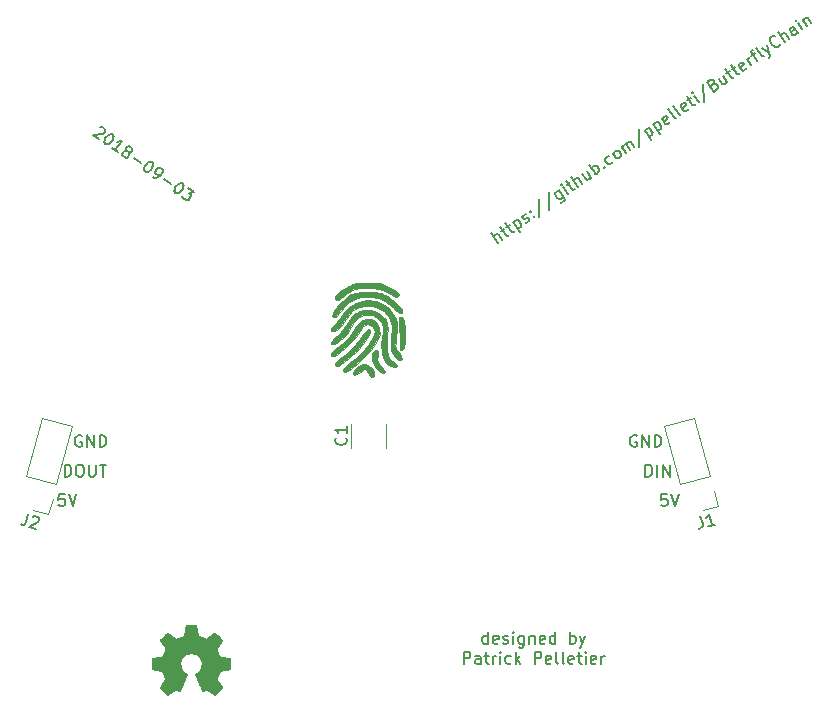
<source format=gto>
G04 #@! TF.FileFunction,Legend,Top*
%FSLAX46Y46*%
G04 Gerber Fmt 4.6, Leading zero omitted, Abs format (unit mm)*
G04 Created by KiCad (PCBNEW 4.0.7) date Monday, September 03, 2018 'PMt' 09:38:33 PM*
%MOMM*%
%LPD*%
G01*
G04 APERTURE LIST*
%ADD10C,0.100000*%
%ADD11C,0.200000*%
%ADD12C,0.010000*%
%ADD13C,0.120000*%
%ADD14C,0.150000*%
G04 APERTURE END LIST*
D10*
D11*
X122738096Y-111000000D02*
X122642858Y-110952381D01*
X122500001Y-110952381D01*
X122357143Y-111000000D01*
X122261905Y-111095238D01*
X122214286Y-111190476D01*
X122166667Y-111380952D01*
X122166667Y-111523810D01*
X122214286Y-111714286D01*
X122261905Y-111809524D01*
X122357143Y-111904762D01*
X122500001Y-111952381D01*
X122595239Y-111952381D01*
X122738096Y-111904762D01*
X122785715Y-111857143D01*
X122785715Y-111523810D01*
X122595239Y-111523810D01*
X123214286Y-111952381D02*
X123214286Y-110952381D01*
X123785715Y-111952381D01*
X123785715Y-110952381D01*
X124261905Y-111952381D02*
X124261905Y-110952381D01*
X124500000Y-110952381D01*
X124642858Y-111000000D01*
X124738096Y-111095238D01*
X124785715Y-111190476D01*
X124833334Y-111380952D01*
X124833334Y-111523810D01*
X124785715Y-111714286D01*
X124738096Y-111809524D01*
X124642858Y-111904762D01*
X124500000Y-111952381D01*
X124261905Y-111952381D01*
X123476191Y-114452381D02*
X123476191Y-113452381D01*
X123714286Y-113452381D01*
X123857144Y-113500000D01*
X123952382Y-113595238D01*
X124000001Y-113690476D01*
X124047620Y-113880952D01*
X124047620Y-114023810D01*
X124000001Y-114214286D01*
X123952382Y-114309524D01*
X123857144Y-114404762D01*
X123714286Y-114452381D01*
X123476191Y-114452381D01*
X124476191Y-114452381D02*
X124476191Y-113452381D01*
X124952381Y-114452381D02*
X124952381Y-113452381D01*
X125523810Y-114452381D01*
X125523810Y-113452381D01*
X125309524Y-115952381D02*
X124833333Y-115952381D01*
X124785714Y-116428571D01*
X124833333Y-116380952D01*
X124928571Y-116333333D01*
X125166667Y-116333333D01*
X125261905Y-116380952D01*
X125309524Y-116428571D01*
X125357143Y-116523810D01*
X125357143Y-116761905D01*
X125309524Y-116857143D01*
X125261905Y-116904762D01*
X125166667Y-116952381D01*
X124928571Y-116952381D01*
X124833333Y-116904762D01*
X124785714Y-116857143D01*
X125642857Y-115952381D02*
X125976190Y-116952381D01*
X126309524Y-115952381D01*
X74309524Y-115952381D02*
X73833333Y-115952381D01*
X73785714Y-116428571D01*
X73833333Y-116380952D01*
X73928571Y-116333333D01*
X74166667Y-116333333D01*
X74261905Y-116380952D01*
X74309524Y-116428571D01*
X74357143Y-116523810D01*
X74357143Y-116761905D01*
X74309524Y-116857143D01*
X74261905Y-116904762D01*
X74166667Y-116952381D01*
X73928571Y-116952381D01*
X73833333Y-116904762D01*
X73785714Y-116857143D01*
X74642857Y-115952381D02*
X74976190Y-116952381D01*
X75309524Y-115952381D01*
X74309524Y-114452381D02*
X74309524Y-113452381D01*
X74547619Y-113452381D01*
X74690477Y-113500000D01*
X74785715Y-113595238D01*
X74833334Y-113690476D01*
X74880953Y-113880952D01*
X74880953Y-114023810D01*
X74833334Y-114214286D01*
X74785715Y-114309524D01*
X74690477Y-114404762D01*
X74547619Y-114452381D01*
X74309524Y-114452381D01*
X75500000Y-113452381D02*
X75690477Y-113452381D01*
X75785715Y-113500000D01*
X75880953Y-113595238D01*
X75928572Y-113785714D01*
X75928572Y-114119048D01*
X75880953Y-114309524D01*
X75785715Y-114404762D01*
X75690477Y-114452381D01*
X75500000Y-114452381D01*
X75404762Y-114404762D01*
X75309524Y-114309524D01*
X75261905Y-114119048D01*
X75261905Y-113785714D01*
X75309524Y-113595238D01*
X75404762Y-113500000D01*
X75500000Y-113452381D01*
X76357143Y-113452381D02*
X76357143Y-114261905D01*
X76404762Y-114357143D01*
X76452381Y-114404762D01*
X76547619Y-114452381D01*
X76738096Y-114452381D01*
X76833334Y-114404762D01*
X76880953Y-114357143D01*
X76928572Y-114261905D01*
X76928572Y-113452381D01*
X77261905Y-113452381D02*
X77833334Y-113452381D01*
X77547619Y-114452381D02*
X77547619Y-113452381D01*
X75738096Y-111000000D02*
X75642858Y-110952381D01*
X75500001Y-110952381D01*
X75357143Y-111000000D01*
X75261905Y-111095238D01*
X75214286Y-111190476D01*
X75166667Y-111380952D01*
X75166667Y-111523810D01*
X75214286Y-111714286D01*
X75261905Y-111809524D01*
X75357143Y-111904762D01*
X75500001Y-111952381D01*
X75595239Y-111952381D01*
X75738096Y-111904762D01*
X75785715Y-111857143D01*
X75785715Y-111523810D01*
X75595239Y-111523810D01*
X76214286Y-111952381D02*
X76214286Y-110952381D01*
X76785715Y-111952381D01*
X76785715Y-110952381D01*
X77261905Y-111952381D02*
X77261905Y-110952381D01*
X77500000Y-110952381D01*
X77642858Y-111000000D01*
X77738096Y-111095238D01*
X77785715Y-111190476D01*
X77833334Y-111380952D01*
X77833334Y-111523810D01*
X77785715Y-111714286D01*
X77738096Y-111809524D01*
X77642858Y-111904762D01*
X77500000Y-111952381D01*
X77261905Y-111952381D01*
X77280736Y-84843488D02*
X77347057Y-84831794D01*
X77452384Y-84847413D01*
X77647421Y-84983980D01*
X77698122Y-85077613D01*
X77709816Y-85143933D01*
X77694197Y-85249261D01*
X77639571Y-85327275D01*
X77518625Y-85416984D01*
X76722779Y-85557313D01*
X77229874Y-85912384D01*
X78310544Y-85448303D02*
X78388559Y-85502930D01*
X78439260Y-85596563D01*
X78450954Y-85662884D01*
X78435335Y-85768211D01*
X78365090Y-85951553D01*
X78228523Y-86146590D01*
X78080264Y-86275306D01*
X77986630Y-86326007D01*
X77920310Y-86337701D01*
X77814982Y-86322082D01*
X77736967Y-86267455D01*
X77686266Y-86173822D01*
X77674572Y-86107501D01*
X77690191Y-86002174D01*
X77760436Y-85818832D01*
X77897002Y-85623795D01*
X78045262Y-85495079D01*
X78138896Y-85444378D01*
X78205216Y-85432684D01*
X78310544Y-85448303D01*
X78790163Y-87004911D02*
X78322076Y-86677153D01*
X78556119Y-86841031D02*
X79129696Y-86021879D01*
X78969742Y-86084275D01*
X78837101Y-86107663D01*
X78731774Y-86092044D01*
X79586008Y-86864581D02*
X79535307Y-86770948D01*
X79523613Y-86704627D01*
X79539232Y-86599300D01*
X79566545Y-86560293D01*
X79660178Y-86509591D01*
X79726499Y-86497897D01*
X79831826Y-86513516D01*
X79987856Y-86622770D01*
X80038557Y-86716403D01*
X80050251Y-86782723D01*
X80034632Y-86888051D01*
X80007319Y-86927058D01*
X79913685Y-86977759D01*
X79847365Y-86989453D01*
X79742037Y-86973834D01*
X79586008Y-86864581D01*
X79480680Y-86848962D01*
X79414360Y-86860656D01*
X79320726Y-86911358D01*
X79211473Y-87067387D01*
X79195854Y-87172715D01*
X79207548Y-87239035D01*
X79258250Y-87332668D01*
X79414279Y-87441922D01*
X79519607Y-87457541D01*
X79585927Y-87445847D01*
X79679561Y-87395145D01*
X79788813Y-87239117D01*
X79804433Y-87133788D01*
X79792739Y-87067468D01*
X79742037Y-86973834D01*
X80139878Y-87484935D02*
X80763994Y-87921946D01*
X81665166Y-87797235D02*
X81743181Y-87851862D01*
X81793883Y-87945495D01*
X81805577Y-88011816D01*
X81789958Y-88117143D01*
X81719712Y-88300485D01*
X81583146Y-88495522D01*
X81434886Y-88624238D01*
X81341253Y-88674939D01*
X81274932Y-88686633D01*
X81169605Y-88671014D01*
X81091590Y-88616387D01*
X81040888Y-88522754D01*
X81029194Y-88456433D01*
X81044813Y-88351106D01*
X81115059Y-88167764D01*
X81251625Y-87972727D01*
X81399885Y-87844011D01*
X81493518Y-87793310D01*
X81559839Y-87781616D01*
X81665166Y-87797235D01*
X81754713Y-89080711D02*
X81910742Y-89189963D01*
X82016070Y-89205583D01*
X82082390Y-89193889D01*
X82242344Y-89131494D01*
X82390604Y-89002778D01*
X82609110Y-88690720D01*
X82624729Y-88585392D01*
X82613035Y-88519072D01*
X82562333Y-88425438D01*
X82406304Y-88316185D01*
X82300976Y-88300566D01*
X82234656Y-88312260D01*
X82141022Y-88362961D01*
X82004457Y-88557997D01*
X81988838Y-88663325D01*
X82000531Y-88729646D01*
X82051232Y-88823280D01*
X82207262Y-88932533D01*
X82312590Y-88948152D01*
X82378911Y-88936457D01*
X82472544Y-88885756D01*
X82714356Y-89287603D02*
X83338472Y-89724614D01*
X84239644Y-89599904D02*
X84317659Y-89654531D01*
X84368360Y-89748164D01*
X84380054Y-89814484D01*
X84364435Y-89919812D01*
X84294190Y-90103154D01*
X84157624Y-90298191D01*
X84009364Y-90426906D01*
X83915731Y-90477608D01*
X83849410Y-90489302D01*
X83744083Y-90473683D01*
X83666067Y-90419056D01*
X83615366Y-90325422D01*
X83603672Y-90259102D01*
X83619291Y-90153774D01*
X83689537Y-89970432D01*
X83826103Y-89775396D01*
X83974363Y-89646680D01*
X84067996Y-89595979D01*
X84134316Y-89584285D01*
X84239644Y-89599904D01*
X84785746Y-89982288D02*
X85292840Y-90337360D01*
X84801284Y-90458225D01*
X84918306Y-90540165D01*
X84969007Y-90633798D01*
X84980701Y-90700118D01*
X84965082Y-90805447D01*
X84828516Y-91000483D01*
X84734883Y-91051184D01*
X84668562Y-91062878D01*
X84563235Y-91047259D01*
X84329191Y-90883380D01*
X84278489Y-90789746D01*
X84266795Y-90723426D01*
X110142857Y-128602381D02*
X110142857Y-127602381D01*
X110142857Y-128554762D02*
X110047619Y-128602381D01*
X109857142Y-128602381D01*
X109761904Y-128554762D01*
X109714285Y-128507143D01*
X109666666Y-128411905D01*
X109666666Y-128126190D01*
X109714285Y-128030952D01*
X109761904Y-127983333D01*
X109857142Y-127935714D01*
X110047619Y-127935714D01*
X110142857Y-127983333D01*
X111000000Y-128554762D02*
X110904762Y-128602381D01*
X110714285Y-128602381D01*
X110619047Y-128554762D01*
X110571428Y-128459524D01*
X110571428Y-128078571D01*
X110619047Y-127983333D01*
X110714285Y-127935714D01*
X110904762Y-127935714D01*
X111000000Y-127983333D01*
X111047619Y-128078571D01*
X111047619Y-128173810D01*
X110571428Y-128269048D01*
X111428571Y-128554762D02*
X111523809Y-128602381D01*
X111714285Y-128602381D01*
X111809524Y-128554762D01*
X111857143Y-128459524D01*
X111857143Y-128411905D01*
X111809524Y-128316667D01*
X111714285Y-128269048D01*
X111571428Y-128269048D01*
X111476190Y-128221429D01*
X111428571Y-128126190D01*
X111428571Y-128078571D01*
X111476190Y-127983333D01*
X111571428Y-127935714D01*
X111714285Y-127935714D01*
X111809524Y-127983333D01*
X112285714Y-128602381D02*
X112285714Y-127935714D01*
X112285714Y-127602381D02*
X112238095Y-127650000D01*
X112285714Y-127697619D01*
X112333333Y-127650000D01*
X112285714Y-127602381D01*
X112285714Y-127697619D01*
X113190476Y-127935714D02*
X113190476Y-128745238D01*
X113142857Y-128840476D01*
X113095238Y-128888095D01*
X112999999Y-128935714D01*
X112857142Y-128935714D01*
X112761904Y-128888095D01*
X113190476Y-128554762D02*
X113095238Y-128602381D01*
X112904761Y-128602381D01*
X112809523Y-128554762D01*
X112761904Y-128507143D01*
X112714285Y-128411905D01*
X112714285Y-128126190D01*
X112761904Y-128030952D01*
X112809523Y-127983333D01*
X112904761Y-127935714D01*
X113095238Y-127935714D01*
X113190476Y-127983333D01*
X113666666Y-127935714D02*
X113666666Y-128602381D01*
X113666666Y-128030952D02*
X113714285Y-127983333D01*
X113809523Y-127935714D01*
X113952381Y-127935714D01*
X114047619Y-127983333D01*
X114095238Y-128078571D01*
X114095238Y-128602381D01*
X114952381Y-128554762D02*
X114857143Y-128602381D01*
X114666666Y-128602381D01*
X114571428Y-128554762D01*
X114523809Y-128459524D01*
X114523809Y-128078571D01*
X114571428Y-127983333D01*
X114666666Y-127935714D01*
X114857143Y-127935714D01*
X114952381Y-127983333D01*
X115000000Y-128078571D01*
X115000000Y-128173810D01*
X114523809Y-128269048D01*
X115857143Y-128602381D02*
X115857143Y-127602381D01*
X115857143Y-128554762D02*
X115761905Y-128602381D01*
X115571428Y-128602381D01*
X115476190Y-128554762D01*
X115428571Y-128507143D01*
X115380952Y-128411905D01*
X115380952Y-128126190D01*
X115428571Y-128030952D01*
X115476190Y-127983333D01*
X115571428Y-127935714D01*
X115761905Y-127935714D01*
X115857143Y-127983333D01*
X117095238Y-128602381D02*
X117095238Y-127602381D01*
X117095238Y-127983333D02*
X117190476Y-127935714D01*
X117380953Y-127935714D01*
X117476191Y-127983333D01*
X117523810Y-128030952D01*
X117571429Y-128126190D01*
X117571429Y-128411905D01*
X117523810Y-128507143D01*
X117476191Y-128554762D01*
X117380953Y-128602381D01*
X117190476Y-128602381D01*
X117095238Y-128554762D01*
X117904762Y-127935714D02*
X118142857Y-128602381D01*
X118380953Y-127935714D02*
X118142857Y-128602381D01*
X118047619Y-128840476D01*
X118000000Y-128888095D01*
X117904762Y-128935714D01*
X108095237Y-130302381D02*
X108095237Y-129302381D01*
X108476190Y-129302381D01*
X108571428Y-129350000D01*
X108619047Y-129397619D01*
X108666666Y-129492857D01*
X108666666Y-129635714D01*
X108619047Y-129730952D01*
X108571428Y-129778571D01*
X108476190Y-129826190D01*
X108095237Y-129826190D01*
X109523809Y-130302381D02*
X109523809Y-129778571D01*
X109476190Y-129683333D01*
X109380952Y-129635714D01*
X109190475Y-129635714D01*
X109095237Y-129683333D01*
X109523809Y-130254762D02*
X109428571Y-130302381D01*
X109190475Y-130302381D01*
X109095237Y-130254762D01*
X109047618Y-130159524D01*
X109047618Y-130064286D01*
X109095237Y-129969048D01*
X109190475Y-129921429D01*
X109428571Y-129921429D01*
X109523809Y-129873810D01*
X109857142Y-129635714D02*
X110238094Y-129635714D01*
X109999999Y-129302381D02*
X109999999Y-130159524D01*
X110047618Y-130254762D01*
X110142856Y-130302381D01*
X110238094Y-130302381D01*
X110571428Y-130302381D02*
X110571428Y-129635714D01*
X110571428Y-129826190D02*
X110619047Y-129730952D01*
X110666666Y-129683333D01*
X110761904Y-129635714D01*
X110857143Y-129635714D01*
X111190476Y-130302381D02*
X111190476Y-129635714D01*
X111190476Y-129302381D02*
X111142857Y-129350000D01*
X111190476Y-129397619D01*
X111238095Y-129350000D01*
X111190476Y-129302381D01*
X111190476Y-129397619D01*
X112095238Y-130254762D02*
X112000000Y-130302381D01*
X111809523Y-130302381D01*
X111714285Y-130254762D01*
X111666666Y-130207143D01*
X111619047Y-130111905D01*
X111619047Y-129826190D01*
X111666666Y-129730952D01*
X111714285Y-129683333D01*
X111809523Y-129635714D01*
X112000000Y-129635714D01*
X112095238Y-129683333D01*
X112523809Y-130302381D02*
X112523809Y-129302381D01*
X112619047Y-129921429D02*
X112904762Y-130302381D01*
X112904762Y-129635714D02*
X112523809Y-130016667D01*
X114095238Y-130302381D02*
X114095238Y-129302381D01*
X114476191Y-129302381D01*
X114571429Y-129350000D01*
X114619048Y-129397619D01*
X114666667Y-129492857D01*
X114666667Y-129635714D01*
X114619048Y-129730952D01*
X114571429Y-129778571D01*
X114476191Y-129826190D01*
X114095238Y-129826190D01*
X115476191Y-130254762D02*
X115380953Y-130302381D01*
X115190476Y-130302381D01*
X115095238Y-130254762D01*
X115047619Y-130159524D01*
X115047619Y-129778571D01*
X115095238Y-129683333D01*
X115190476Y-129635714D01*
X115380953Y-129635714D01*
X115476191Y-129683333D01*
X115523810Y-129778571D01*
X115523810Y-129873810D01*
X115047619Y-129969048D01*
X116095238Y-130302381D02*
X116000000Y-130254762D01*
X115952381Y-130159524D01*
X115952381Y-129302381D01*
X116619048Y-130302381D02*
X116523810Y-130254762D01*
X116476191Y-130159524D01*
X116476191Y-129302381D01*
X117380954Y-130254762D02*
X117285716Y-130302381D01*
X117095239Y-130302381D01*
X117000001Y-130254762D01*
X116952382Y-130159524D01*
X116952382Y-129778571D01*
X117000001Y-129683333D01*
X117095239Y-129635714D01*
X117285716Y-129635714D01*
X117380954Y-129683333D01*
X117428573Y-129778571D01*
X117428573Y-129873810D01*
X116952382Y-129969048D01*
X117714287Y-129635714D02*
X118095239Y-129635714D01*
X117857144Y-129302381D02*
X117857144Y-130159524D01*
X117904763Y-130254762D01*
X118000001Y-130302381D01*
X118095239Y-130302381D01*
X118428573Y-130302381D02*
X118428573Y-129635714D01*
X118428573Y-129302381D02*
X118380954Y-129350000D01*
X118428573Y-129397619D01*
X118476192Y-129350000D01*
X118428573Y-129302381D01*
X118428573Y-129397619D01*
X119285716Y-130254762D02*
X119190478Y-130302381D01*
X119000001Y-130302381D01*
X118904763Y-130254762D01*
X118857144Y-130159524D01*
X118857144Y-129778571D01*
X118904763Y-129683333D01*
X119000001Y-129635714D01*
X119190478Y-129635714D01*
X119285716Y-129683333D01*
X119333335Y-129778571D01*
X119333335Y-129873810D01*
X118857144Y-129969048D01*
X119761906Y-130302381D02*
X119761906Y-129635714D01*
X119761906Y-129826190D02*
X119809525Y-129730952D01*
X119857144Y-129683333D01*
X119952382Y-129635714D01*
X120047621Y-129635714D01*
X110997012Y-94657045D02*
X110423435Y-93837893D01*
X111348078Y-94411227D02*
X111047632Y-93982147D01*
X110953999Y-93931445D01*
X110848671Y-93947064D01*
X110731649Y-94029004D01*
X110680948Y-94122638D01*
X110669254Y-94188958D01*
X111238743Y-93673933D02*
X111550801Y-93455428D01*
X111164573Y-93318943D02*
X111656210Y-94021074D01*
X111749844Y-94071775D01*
X111855171Y-94056156D01*
X111933186Y-94001530D01*
X111706831Y-93346175D02*
X112018888Y-93127670D01*
X111632660Y-92991185D02*
X112124297Y-93693316D01*
X112217931Y-93744017D01*
X112323258Y-93728398D01*
X112401273Y-93673771D01*
X112291940Y-92936477D02*
X112865516Y-93755629D01*
X112319253Y-92975484D02*
X112369954Y-92881851D01*
X112525984Y-92772598D01*
X112631311Y-92756979D01*
X112697631Y-92768673D01*
X112791265Y-92819374D01*
X112955144Y-93053418D01*
X112970763Y-93158746D01*
X112959069Y-93225066D01*
X112908368Y-93318700D01*
X112752338Y-93427953D01*
X112647011Y-93443572D01*
X113349141Y-92951935D02*
X113454469Y-92936316D01*
X113610498Y-92827063D01*
X113661200Y-92733429D01*
X113645581Y-92628101D01*
X113618268Y-92589094D01*
X113524634Y-92538393D01*
X113419306Y-92554013D01*
X113302284Y-92635952D01*
X113196957Y-92651571D01*
X113103323Y-92600869D01*
X113076009Y-92561862D01*
X113060390Y-92456534D01*
X113111092Y-92362901D01*
X113228113Y-92280961D01*
X113333442Y-92265342D01*
X114023959Y-92421290D02*
X114090279Y-92432985D01*
X114078585Y-92499305D01*
X114012265Y-92487611D01*
X114023959Y-92421290D01*
X114078585Y-92499305D01*
X113723514Y-91992210D02*
X113789834Y-92003904D01*
X113778140Y-92070225D01*
X113711820Y-92058531D01*
X113723514Y-91992210D01*
X113778140Y-92070225D01*
X114452876Y-90958317D02*
X114488201Y-92503149D01*
X115311035Y-90357427D02*
X115346360Y-91902259D01*
X116153657Y-90232474D02*
X116617980Y-90895597D01*
X116633600Y-91000925D01*
X116621905Y-91067245D01*
X116571203Y-91160879D01*
X116454182Y-91242818D01*
X116348854Y-91258438D01*
X116508728Y-90739568D02*
X116458027Y-90833202D01*
X116301997Y-90942455D01*
X116196669Y-90958074D01*
X116130349Y-90946380D01*
X116036716Y-90895679D01*
X115872836Y-90661635D01*
X115857217Y-90556307D01*
X115868911Y-90489987D01*
X115919613Y-90396353D01*
X116075642Y-90287100D01*
X116180970Y-90271481D01*
X116926113Y-90505444D02*
X116543729Y-89959343D01*
X116352537Y-89686292D02*
X116340843Y-89752612D01*
X116407163Y-89764307D01*
X116418857Y-89697986D01*
X116352537Y-89686292D01*
X116407163Y-89764307D01*
X116816779Y-89768151D02*
X117128837Y-89549646D01*
X116742609Y-89413161D02*
X117234246Y-90115291D01*
X117327879Y-90165992D01*
X117433207Y-90150373D01*
X117511221Y-90095747D01*
X117784272Y-89904555D02*
X117210696Y-89085403D01*
X118135338Y-89658736D02*
X117834893Y-89229656D01*
X117741259Y-89178955D01*
X117635932Y-89194574D01*
X117518909Y-89276514D01*
X117468208Y-89370147D01*
X117456514Y-89436467D01*
X118494091Y-88593684D02*
X118876476Y-89139786D01*
X118143025Y-88839503D02*
X118443471Y-89268583D01*
X118537104Y-89319284D01*
X118642432Y-89303665D01*
X118759454Y-89221725D01*
X118810155Y-89128092D01*
X118821849Y-89061771D01*
X119266548Y-88866654D02*
X118692971Y-88047502D01*
X118911476Y-88359560D02*
X118962178Y-88265926D01*
X119118207Y-88156673D01*
X119223535Y-88141054D01*
X119289855Y-88152748D01*
X119383488Y-88203450D01*
X119547368Y-88437494D01*
X119562987Y-88542821D01*
X119551293Y-88609141D01*
X119500592Y-88702775D01*
X119344562Y-88812028D01*
X119239234Y-88827647D01*
X119953059Y-88269690D02*
X120019379Y-88281384D01*
X120007685Y-88347704D01*
X119941365Y-88336010D01*
X119953059Y-88269690D01*
X120007685Y-88347704D01*
X120721510Y-87789747D02*
X120670808Y-87883380D01*
X120514779Y-87992633D01*
X120409451Y-88008252D01*
X120343131Y-87996558D01*
X120249498Y-87945857D01*
X120085618Y-87711813D01*
X120069999Y-87606486D01*
X120081693Y-87540165D01*
X120132394Y-87446532D01*
X120288424Y-87337279D01*
X120393752Y-87321660D01*
X121216909Y-87500996D02*
X121111582Y-87516615D01*
X121045261Y-87504921D01*
X120951628Y-87454220D01*
X120787749Y-87220176D01*
X120772129Y-87114848D01*
X120783824Y-87048528D01*
X120834525Y-86954895D01*
X120951547Y-86872955D01*
X121056875Y-86857336D01*
X121123195Y-86869030D01*
X121216829Y-86919731D01*
X121380708Y-87153775D01*
X121396327Y-87259103D01*
X121384633Y-87325423D01*
X121333932Y-87419056D01*
X121216909Y-87500996D01*
X121841025Y-87063986D02*
X121458641Y-86517884D01*
X121513267Y-86595898D02*
X121524961Y-86529578D01*
X121575662Y-86435945D01*
X121692685Y-86354005D01*
X121798012Y-86338385D01*
X121891646Y-86389087D01*
X122192091Y-86818167D01*
X121891646Y-86389087D02*
X121876027Y-86283759D01*
X121926728Y-86190126D01*
X122043750Y-86108186D01*
X122149077Y-86092567D01*
X122242711Y-86143269D01*
X122543156Y-86572349D01*
X122917447Y-85031360D02*
X122952772Y-86576193D01*
X123409003Y-85152226D02*
X123982579Y-85971378D01*
X123436316Y-85191233D02*
X123487017Y-85097600D01*
X123643047Y-84988347D01*
X123748374Y-84972728D01*
X123814694Y-84984422D01*
X123908328Y-85035123D01*
X124072207Y-85269167D01*
X124087826Y-85374494D01*
X124076132Y-85440815D01*
X124025431Y-85534448D01*
X123869401Y-85643701D01*
X123764074Y-85659320D01*
X124150140Y-84633276D02*
X124723717Y-85452428D01*
X124177453Y-84672283D02*
X124228155Y-84578650D01*
X124384184Y-84469396D01*
X124489512Y-84453777D01*
X124555832Y-84465471D01*
X124649466Y-84516173D01*
X124813345Y-84750217D01*
X124828964Y-84855544D01*
X124817270Y-84921865D01*
X124766569Y-85015498D01*
X124610539Y-85124751D01*
X124505212Y-85140370D01*
X125558408Y-84402914D02*
X125507706Y-84496548D01*
X125351677Y-84605801D01*
X125246349Y-84621420D01*
X125152716Y-84570719D01*
X124934210Y-84258660D01*
X124918591Y-84153333D01*
X124969292Y-84059699D01*
X125125322Y-83950446D01*
X125230649Y-83934827D01*
X125324283Y-83985528D01*
X125378910Y-84063544D01*
X125043463Y-84414690D01*
X126092814Y-84086851D02*
X125987487Y-84102470D01*
X125893853Y-84051769D01*
X125402216Y-83349638D01*
X126521894Y-83786406D02*
X126416567Y-83802025D01*
X126322933Y-83751324D01*
X125831296Y-83049193D01*
X127118698Y-83310387D02*
X127067997Y-83404021D01*
X126911967Y-83513274D01*
X126806640Y-83528893D01*
X126713006Y-83478192D01*
X126494501Y-83166133D01*
X126478881Y-83060806D01*
X126529583Y-82967172D01*
X126685612Y-82857919D01*
X126790940Y-82842300D01*
X126884573Y-82893001D01*
X126939200Y-82971016D01*
X126603754Y-83322163D01*
X127036677Y-82612101D02*
X127348735Y-82393596D01*
X126962507Y-82257111D02*
X127454144Y-82959241D01*
X127547777Y-83009943D01*
X127653105Y-82994324D01*
X127731119Y-82939697D01*
X128004170Y-82748505D02*
X127621786Y-82202403D01*
X127430594Y-81929353D02*
X127418900Y-81995673D01*
X127485220Y-82007367D01*
X127496914Y-81941047D01*
X127430594Y-81929353D01*
X127485220Y-82007367D01*
X128378462Y-81207517D02*
X128413787Y-82752349D01*
X129225008Y-81254211D02*
X129369343Y-81211279D01*
X129435664Y-81222974D01*
X129529297Y-81273675D01*
X129611236Y-81390697D01*
X129626856Y-81496024D01*
X129615161Y-81562345D01*
X129564460Y-81655978D01*
X129252402Y-81874484D01*
X128678825Y-81055332D01*
X128951877Y-80864139D01*
X129057204Y-80848520D01*
X129123524Y-80860214D01*
X129217158Y-80910916D01*
X129271784Y-80988930D01*
X129287403Y-81094258D01*
X129275709Y-81160578D01*
X129225008Y-81254211D01*
X128951957Y-81445404D01*
X130040235Y-80508987D02*
X130422619Y-81055089D01*
X129689169Y-80754806D02*
X129989614Y-81183886D01*
X130083248Y-81234587D01*
X130188575Y-81218968D01*
X130305598Y-81137028D01*
X130356299Y-81043395D01*
X130367993Y-80977074D01*
X130313285Y-80317795D02*
X130625343Y-80099290D01*
X130239115Y-79962805D02*
X130730752Y-80664936D01*
X130824386Y-80715637D01*
X130929713Y-80700018D01*
X131007727Y-80645392D01*
X130781373Y-79990037D02*
X131093430Y-79771532D01*
X130707202Y-79635047D02*
X131198839Y-80337178D01*
X131292473Y-80387879D01*
X131397800Y-80372260D01*
X131475815Y-80317633D01*
X132033611Y-79868928D02*
X131982910Y-79962562D01*
X131826880Y-80071815D01*
X131721553Y-80087434D01*
X131627919Y-80036732D01*
X131409414Y-79724674D01*
X131393795Y-79619346D01*
X131444496Y-79525713D01*
X131600525Y-79416460D01*
X131705853Y-79400841D01*
X131799486Y-79451542D01*
X131854113Y-79529557D01*
X131518667Y-79880704D01*
X132450996Y-79634804D02*
X132068612Y-79088702D01*
X132177864Y-79244731D02*
X132162245Y-79139404D01*
X132173939Y-79073083D01*
X132224641Y-78979450D01*
X132302656Y-78924823D01*
X132458685Y-78815570D02*
X132770742Y-78597065D01*
X132958091Y-79279733D02*
X132466454Y-78577602D01*
X132450835Y-78472275D01*
X132501536Y-78378641D01*
X132579550Y-78324015D01*
X133543200Y-78870035D02*
X133437872Y-78885654D01*
X133344239Y-78834953D01*
X132852602Y-78132822D01*
X133394859Y-78160054D02*
X133972280Y-78569590D01*
X133784932Y-77886922D02*
X133972280Y-78569590D01*
X134030831Y-78819252D01*
X134019137Y-78885572D01*
X133968436Y-78979206D01*
X134892835Y-77808746D02*
X134881141Y-77875066D01*
X134791433Y-77996013D01*
X134713418Y-78050639D01*
X134569083Y-78093572D01*
X134436442Y-78070184D01*
X134342808Y-78019482D01*
X134194549Y-77890767D01*
X134112609Y-77773744D01*
X134042363Y-77590402D01*
X134026744Y-77485075D01*
X134050132Y-77352434D01*
X134139842Y-77231487D01*
X134217856Y-77176861D01*
X134362191Y-77133929D01*
X134428511Y-77145623D01*
X135298526Y-77640942D02*
X134724950Y-76821790D01*
X135649592Y-77395123D02*
X135349147Y-76966043D01*
X135255513Y-76915342D01*
X135150186Y-76930961D01*
X135033163Y-77012901D01*
X134982462Y-77106534D01*
X134970768Y-77172855D01*
X136390729Y-76876173D02*
X136090284Y-76447093D01*
X135996651Y-76396392D01*
X135891323Y-76412011D01*
X135735294Y-76521264D01*
X135684592Y-76614897D01*
X136363416Y-76837166D02*
X136312715Y-76930799D01*
X136117678Y-77067366D01*
X136012351Y-77082985D01*
X135918717Y-77032283D01*
X135864091Y-76954269D01*
X135848472Y-76848941D01*
X135899173Y-76755308D01*
X136094210Y-76618742D01*
X136144911Y-76525108D01*
X136780801Y-76603042D02*
X136398417Y-76056940D01*
X136207225Y-75783890D02*
X136195531Y-75850210D01*
X136261851Y-75861904D01*
X136273545Y-75795584D01*
X136207225Y-75783890D01*
X136261851Y-75861904D01*
X136788489Y-75783809D02*
X137170873Y-76329910D01*
X136843115Y-75861823D02*
X136854809Y-75795503D01*
X136905511Y-75701869D01*
X137022533Y-75619929D01*
X137127861Y-75604310D01*
X137221494Y-75655012D01*
X137521939Y-76084092D01*
D12*
G36*
X85555814Y-127468931D02*
X85639635Y-127913555D01*
X85948920Y-128041053D01*
X86258206Y-128168551D01*
X86629246Y-127916246D01*
X86733157Y-127845996D01*
X86827087Y-127783272D01*
X86906652Y-127730938D01*
X86967470Y-127691857D01*
X87005157Y-127668893D01*
X87015421Y-127663942D01*
X87033910Y-127676676D01*
X87073420Y-127711882D01*
X87129522Y-127765062D01*
X87197787Y-127831718D01*
X87273786Y-127907354D01*
X87353092Y-127987472D01*
X87431275Y-128067574D01*
X87503907Y-128143164D01*
X87566559Y-128209745D01*
X87614803Y-128262818D01*
X87644210Y-128297887D01*
X87651241Y-128309623D01*
X87641123Y-128331260D01*
X87612759Y-128378662D01*
X87569129Y-128447193D01*
X87513218Y-128532215D01*
X87448006Y-128629093D01*
X87410219Y-128684350D01*
X87341343Y-128785248D01*
X87280140Y-128876299D01*
X87229578Y-128952970D01*
X87192628Y-129010728D01*
X87172258Y-129045043D01*
X87169197Y-129052254D01*
X87176136Y-129072748D01*
X87195051Y-129120513D01*
X87223087Y-129188832D01*
X87257391Y-129270989D01*
X87295109Y-129360270D01*
X87333387Y-129449958D01*
X87369370Y-129533338D01*
X87400206Y-129603694D01*
X87423039Y-129654310D01*
X87435017Y-129678471D01*
X87435724Y-129679422D01*
X87454531Y-129684036D01*
X87504618Y-129694328D01*
X87580793Y-129709287D01*
X87677865Y-129727901D01*
X87790643Y-129749159D01*
X87856442Y-129761418D01*
X87976950Y-129784362D01*
X88085797Y-129806195D01*
X88177476Y-129825722D01*
X88246481Y-129841748D01*
X88287304Y-129853079D01*
X88295511Y-129856674D01*
X88303548Y-129881006D01*
X88310033Y-129935959D01*
X88314970Y-130015108D01*
X88318364Y-130112026D01*
X88320218Y-130220287D01*
X88320538Y-130333465D01*
X88319327Y-130445135D01*
X88316590Y-130548868D01*
X88312331Y-130638241D01*
X88306555Y-130706826D01*
X88299267Y-130748197D01*
X88294895Y-130756810D01*
X88268764Y-130767133D01*
X88213393Y-130781892D01*
X88136107Y-130799352D01*
X88044230Y-130817780D01*
X88012158Y-130823741D01*
X87857524Y-130852066D01*
X87735375Y-130874876D01*
X87641673Y-130893080D01*
X87572384Y-130907583D01*
X87523471Y-130919292D01*
X87490897Y-130929115D01*
X87470628Y-130937956D01*
X87458626Y-130946724D01*
X87456947Y-130948457D01*
X87440184Y-130976371D01*
X87414614Y-131030695D01*
X87382788Y-131104777D01*
X87347260Y-131191965D01*
X87310583Y-131285608D01*
X87275311Y-131379052D01*
X87243996Y-131465647D01*
X87219193Y-131538740D01*
X87203454Y-131591678D01*
X87199332Y-131617811D01*
X87199676Y-131618726D01*
X87213641Y-131640086D01*
X87245322Y-131687084D01*
X87291391Y-131754827D01*
X87348518Y-131838423D01*
X87413373Y-131932982D01*
X87431843Y-131959854D01*
X87497699Y-132057275D01*
X87555650Y-132146163D01*
X87602538Y-132221412D01*
X87635207Y-132277920D01*
X87650500Y-132310581D01*
X87651241Y-132314593D01*
X87638392Y-132335684D01*
X87602888Y-132377464D01*
X87549293Y-132435445D01*
X87482171Y-132505135D01*
X87406087Y-132582045D01*
X87325604Y-132661683D01*
X87245287Y-132739561D01*
X87169699Y-132811186D01*
X87103405Y-132872070D01*
X87050969Y-132917721D01*
X87016955Y-132943650D01*
X87007545Y-132947883D01*
X86985643Y-132937912D01*
X86940800Y-132911020D01*
X86880321Y-132871736D01*
X86833789Y-132840117D01*
X86749475Y-132782098D01*
X86649626Y-132713784D01*
X86549473Y-132645579D01*
X86495627Y-132609075D01*
X86313371Y-132485800D01*
X86160381Y-132568520D01*
X86090682Y-132604759D01*
X86031414Y-132632926D01*
X85991311Y-132648991D01*
X85981103Y-132651226D01*
X85968829Y-132634722D01*
X85944613Y-132588082D01*
X85910263Y-132515609D01*
X85867588Y-132421606D01*
X85818394Y-132310374D01*
X85764490Y-132186215D01*
X85707684Y-132053432D01*
X85649782Y-131916327D01*
X85592593Y-131779202D01*
X85537924Y-131646358D01*
X85487584Y-131522098D01*
X85443380Y-131410725D01*
X85407119Y-131316539D01*
X85380609Y-131243844D01*
X85365658Y-131196941D01*
X85363254Y-131180833D01*
X85382311Y-131160286D01*
X85424036Y-131126933D01*
X85479706Y-131087702D01*
X85484378Y-131084599D01*
X85628264Y-130969423D01*
X85744283Y-130835053D01*
X85831430Y-130685784D01*
X85888699Y-130525913D01*
X85915086Y-130359737D01*
X85909585Y-130191552D01*
X85871190Y-130025655D01*
X85798895Y-129866342D01*
X85777626Y-129831487D01*
X85666996Y-129690737D01*
X85536302Y-129577714D01*
X85390064Y-129493003D01*
X85232808Y-129437194D01*
X85069057Y-129410874D01*
X84903333Y-129414630D01*
X84740162Y-129449050D01*
X84584065Y-129514723D01*
X84439567Y-129612235D01*
X84394869Y-129651813D01*
X84281112Y-129775703D01*
X84198218Y-129906124D01*
X84141356Y-130052315D01*
X84109687Y-130197088D01*
X84101869Y-130359860D01*
X84127938Y-130523440D01*
X84185245Y-130682298D01*
X84271144Y-130830906D01*
X84382986Y-130963735D01*
X84518123Y-131075256D01*
X84535883Y-131087011D01*
X84592150Y-131125508D01*
X84634923Y-131158863D01*
X84655372Y-131180160D01*
X84655669Y-131180833D01*
X84651279Y-131203871D01*
X84633876Y-131256157D01*
X84605268Y-131333390D01*
X84567265Y-131431268D01*
X84521674Y-131545491D01*
X84470303Y-131671758D01*
X84414962Y-131805767D01*
X84357458Y-131943218D01*
X84299601Y-132079808D01*
X84243198Y-132211237D01*
X84190058Y-132333205D01*
X84141990Y-132441409D01*
X84100801Y-132531549D01*
X84068301Y-132599323D01*
X84046297Y-132640430D01*
X84037436Y-132651226D01*
X84010360Y-132642819D01*
X83959697Y-132620272D01*
X83894183Y-132587613D01*
X83858159Y-132568520D01*
X83705168Y-132485800D01*
X83522912Y-132609075D01*
X83429875Y-132672228D01*
X83328015Y-132741727D01*
X83232562Y-132807165D01*
X83184750Y-132840117D01*
X83117505Y-132885273D01*
X83060564Y-132921057D01*
X83021354Y-132942938D01*
X83008619Y-132947563D01*
X82990083Y-132935085D01*
X82949059Y-132900252D01*
X82889525Y-132846678D01*
X82815458Y-132777983D01*
X82730835Y-132697781D01*
X82677315Y-132646286D01*
X82583681Y-132554286D01*
X82502759Y-132471999D01*
X82437823Y-132402945D01*
X82392142Y-132350644D01*
X82368989Y-132318616D01*
X82366768Y-132312116D01*
X82377076Y-132287394D01*
X82405561Y-132237405D01*
X82449063Y-132167212D01*
X82504423Y-132081875D01*
X82568480Y-131986456D01*
X82586697Y-131959854D01*
X82653073Y-131863167D01*
X82712622Y-131776117D01*
X82762016Y-131703595D01*
X82797925Y-131650493D01*
X82817019Y-131621703D01*
X82818864Y-131618726D01*
X82816105Y-131595782D01*
X82801462Y-131545336D01*
X82777487Y-131474041D01*
X82746734Y-131388547D01*
X82711756Y-131295507D01*
X82675107Y-131201574D01*
X82639339Y-131113399D01*
X82607006Y-131037634D01*
X82580662Y-130980931D01*
X82562858Y-130949943D01*
X82561593Y-130948457D01*
X82550706Y-130939601D01*
X82532318Y-130930843D01*
X82502394Y-130921277D01*
X82456897Y-130909996D01*
X82391791Y-130896093D01*
X82303039Y-130878663D01*
X82186607Y-130856798D01*
X82038458Y-130829591D01*
X82006382Y-130823741D01*
X81911314Y-130805374D01*
X81828435Y-130787405D01*
X81765070Y-130771569D01*
X81728542Y-130759600D01*
X81723644Y-130756810D01*
X81715573Y-130732072D01*
X81709013Y-130676790D01*
X81703967Y-130597389D01*
X81700441Y-130500296D01*
X81698439Y-130391938D01*
X81697964Y-130278740D01*
X81699023Y-130167128D01*
X81701618Y-130063529D01*
X81705754Y-129974368D01*
X81711437Y-129906072D01*
X81718669Y-129865066D01*
X81723029Y-129856674D01*
X81747302Y-129848208D01*
X81802574Y-129834435D01*
X81883338Y-129816550D01*
X81984088Y-129795748D01*
X82099317Y-129773223D01*
X82162098Y-129761418D01*
X82281213Y-129739151D01*
X82387435Y-129718979D01*
X82475573Y-129701915D01*
X82540434Y-129688969D01*
X82576826Y-129681155D01*
X82582816Y-129679422D01*
X82592939Y-129659890D01*
X82614338Y-129612843D01*
X82644161Y-129545003D01*
X82679555Y-129463091D01*
X82717668Y-129373828D01*
X82755647Y-129283935D01*
X82790640Y-129200135D01*
X82819794Y-129129147D01*
X82840257Y-129077694D01*
X82849177Y-129052497D01*
X82849343Y-129051396D01*
X82839231Y-129031519D01*
X82810883Y-128985777D01*
X82767277Y-128918717D01*
X82711394Y-128834884D01*
X82646213Y-128738826D01*
X82608321Y-128683650D01*
X82539275Y-128582481D01*
X82477950Y-128490630D01*
X82427337Y-128412744D01*
X82390429Y-128353469D01*
X82370218Y-128317451D01*
X82367299Y-128309377D01*
X82379847Y-128290584D01*
X82414537Y-128250457D01*
X82466937Y-128193493D01*
X82532616Y-128124185D01*
X82607144Y-128047031D01*
X82686087Y-127966525D01*
X82765017Y-127887163D01*
X82839500Y-127813440D01*
X82905106Y-127749852D01*
X82957404Y-127700894D01*
X82991961Y-127671061D01*
X83003522Y-127663942D01*
X83022346Y-127673953D01*
X83067369Y-127702078D01*
X83134213Y-127745454D01*
X83218501Y-127801218D01*
X83315856Y-127866506D01*
X83389293Y-127916246D01*
X83760333Y-128168551D01*
X84378905Y-127913555D01*
X84462725Y-127468931D01*
X84546546Y-127024307D01*
X85471994Y-127024307D01*
X85555814Y-127468931D01*
X85555814Y-127468931D01*
G37*
X85555814Y-127468931D02*
X85639635Y-127913555D01*
X85948920Y-128041053D01*
X86258206Y-128168551D01*
X86629246Y-127916246D01*
X86733157Y-127845996D01*
X86827087Y-127783272D01*
X86906652Y-127730938D01*
X86967470Y-127691857D01*
X87005157Y-127668893D01*
X87015421Y-127663942D01*
X87033910Y-127676676D01*
X87073420Y-127711882D01*
X87129522Y-127765062D01*
X87197787Y-127831718D01*
X87273786Y-127907354D01*
X87353092Y-127987472D01*
X87431275Y-128067574D01*
X87503907Y-128143164D01*
X87566559Y-128209745D01*
X87614803Y-128262818D01*
X87644210Y-128297887D01*
X87651241Y-128309623D01*
X87641123Y-128331260D01*
X87612759Y-128378662D01*
X87569129Y-128447193D01*
X87513218Y-128532215D01*
X87448006Y-128629093D01*
X87410219Y-128684350D01*
X87341343Y-128785248D01*
X87280140Y-128876299D01*
X87229578Y-128952970D01*
X87192628Y-129010728D01*
X87172258Y-129045043D01*
X87169197Y-129052254D01*
X87176136Y-129072748D01*
X87195051Y-129120513D01*
X87223087Y-129188832D01*
X87257391Y-129270989D01*
X87295109Y-129360270D01*
X87333387Y-129449958D01*
X87369370Y-129533338D01*
X87400206Y-129603694D01*
X87423039Y-129654310D01*
X87435017Y-129678471D01*
X87435724Y-129679422D01*
X87454531Y-129684036D01*
X87504618Y-129694328D01*
X87580793Y-129709287D01*
X87677865Y-129727901D01*
X87790643Y-129749159D01*
X87856442Y-129761418D01*
X87976950Y-129784362D01*
X88085797Y-129806195D01*
X88177476Y-129825722D01*
X88246481Y-129841748D01*
X88287304Y-129853079D01*
X88295511Y-129856674D01*
X88303548Y-129881006D01*
X88310033Y-129935959D01*
X88314970Y-130015108D01*
X88318364Y-130112026D01*
X88320218Y-130220287D01*
X88320538Y-130333465D01*
X88319327Y-130445135D01*
X88316590Y-130548868D01*
X88312331Y-130638241D01*
X88306555Y-130706826D01*
X88299267Y-130748197D01*
X88294895Y-130756810D01*
X88268764Y-130767133D01*
X88213393Y-130781892D01*
X88136107Y-130799352D01*
X88044230Y-130817780D01*
X88012158Y-130823741D01*
X87857524Y-130852066D01*
X87735375Y-130874876D01*
X87641673Y-130893080D01*
X87572384Y-130907583D01*
X87523471Y-130919292D01*
X87490897Y-130929115D01*
X87470628Y-130937956D01*
X87458626Y-130946724D01*
X87456947Y-130948457D01*
X87440184Y-130976371D01*
X87414614Y-131030695D01*
X87382788Y-131104777D01*
X87347260Y-131191965D01*
X87310583Y-131285608D01*
X87275311Y-131379052D01*
X87243996Y-131465647D01*
X87219193Y-131538740D01*
X87203454Y-131591678D01*
X87199332Y-131617811D01*
X87199676Y-131618726D01*
X87213641Y-131640086D01*
X87245322Y-131687084D01*
X87291391Y-131754827D01*
X87348518Y-131838423D01*
X87413373Y-131932982D01*
X87431843Y-131959854D01*
X87497699Y-132057275D01*
X87555650Y-132146163D01*
X87602538Y-132221412D01*
X87635207Y-132277920D01*
X87650500Y-132310581D01*
X87651241Y-132314593D01*
X87638392Y-132335684D01*
X87602888Y-132377464D01*
X87549293Y-132435445D01*
X87482171Y-132505135D01*
X87406087Y-132582045D01*
X87325604Y-132661683D01*
X87245287Y-132739561D01*
X87169699Y-132811186D01*
X87103405Y-132872070D01*
X87050969Y-132917721D01*
X87016955Y-132943650D01*
X87007545Y-132947883D01*
X86985643Y-132937912D01*
X86940800Y-132911020D01*
X86880321Y-132871736D01*
X86833789Y-132840117D01*
X86749475Y-132782098D01*
X86649626Y-132713784D01*
X86549473Y-132645579D01*
X86495627Y-132609075D01*
X86313371Y-132485800D01*
X86160381Y-132568520D01*
X86090682Y-132604759D01*
X86031414Y-132632926D01*
X85991311Y-132648991D01*
X85981103Y-132651226D01*
X85968829Y-132634722D01*
X85944613Y-132588082D01*
X85910263Y-132515609D01*
X85867588Y-132421606D01*
X85818394Y-132310374D01*
X85764490Y-132186215D01*
X85707684Y-132053432D01*
X85649782Y-131916327D01*
X85592593Y-131779202D01*
X85537924Y-131646358D01*
X85487584Y-131522098D01*
X85443380Y-131410725D01*
X85407119Y-131316539D01*
X85380609Y-131243844D01*
X85365658Y-131196941D01*
X85363254Y-131180833D01*
X85382311Y-131160286D01*
X85424036Y-131126933D01*
X85479706Y-131087702D01*
X85484378Y-131084599D01*
X85628264Y-130969423D01*
X85744283Y-130835053D01*
X85831430Y-130685784D01*
X85888699Y-130525913D01*
X85915086Y-130359737D01*
X85909585Y-130191552D01*
X85871190Y-130025655D01*
X85798895Y-129866342D01*
X85777626Y-129831487D01*
X85666996Y-129690737D01*
X85536302Y-129577714D01*
X85390064Y-129493003D01*
X85232808Y-129437194D01*
X85069057Y-129410874D01*
X84903333Y-129414630D01*
X84740162Y-129449050D01*
X84584065Y-129514723D01*
X84439567Y-129612235D01*
X84394869Y-129651813D01*
X84281112Y-129775703D01*
X84198218Y-129906124D01*
X84141356Y-130052315D01*
X84109687Y-130197088D01*
X84101869Y-130359860D01*
X84127938Y-130523440D01*
X84185245Y-130682298D01*
X84271144Y-130830906D01*
X84382986Y-130963735D01*
X84518123Y-131075256D01*
X84535883Y-131087011D01*
X84592150Y-131125508D01*
X84634923Y-131158863D01*
X84655372Y-131180160D01*
X84655669Y-131180833D01*
X84651279Y-131203871D01*
X84633876Y-131256157D01*
X84605268Y-131333390D01*
X84567265Y-131431268D01*
X84521674Y-131545491D01*
X84470303Y-131671758D01*
X84414962Y-131805767D01*
X84357458Y-131943218D01*
X84299601Y-132079808D01*
X84243198Y-132211237D01*
X84190058Y-132333205D01*
X84141990Y-132441409D01*
X84100801Y-132531549D01*
X84068301Y-132599323D01*
X84046297Y-132640430D01*
X84037436Y-132651226D01*
X84010360Y-132642819D01*
X83959697Y-132620272D01*
X83894183Y-132587613D01*
X83858159Y-132568520D01*
X83705168Y-132485800D01*
X83522912Y-132609075D01*
X83429875Y-132672228D01*
X83328015Y-132741727D01*
X83232562Y-132807165D01*
X83184750Y-132840117D01*
X83117505Y-132885273D01*
X83060564Y-132921057D01*
X83021354Y-132942938D01*
X83008619Y-132947563D01*
X82990083Y-132935085D01*
X82949059Y-132900252D01*
X82889525Y-132846678D01*
X82815458Y-132777983D01*
X82730835Y-132697781D01*
X82677315Y-132646286D01*
X82583681Y-132554286D01*
X82502759Y-132471999D01*
X82437823Y-132402945D01*
X82392142Y-132350644D01*
X82368989Y-132318616D01*
X82366768Y-132312116D01*
X82377076Y-132287394D01*
X82405561Y-132237405D01*
X82449063Y-132167212D01*
X82504423Y-132081875D01*
X82568480Y-131986456D01*
X82586697Y-131959854D01*
X82653073Y-131863167D01*
X82712622Y-131776117D01*
X82762016Y-131703595D01*
X82797925Y-131650493D01*
X82817019Y-131621703D01*
X82818864Y-131618726D01*
X82816105Y-131595782D01*
X82801462Y-131545336D01*
X82777487Y-131474041D01*
X82746734Y-131388547D01*
X82711756Y-131295507D01*
X82675107Y-131201574D01*
X82639339Y-131113399D01*
X82607006Y-131037634D01*
X82580662Y-130980931D01*
X82562858Y-130949943D01*
X82561593Y-130948457D01*
X82550706Y-130939601D01*
X82532318Y-130930843D01*
X82502394Y-130921277D01*
X82456897Y-130909996D01*
X82391791Y-130896093D01*
X82303039Y-130878663D01*
X82186607Y-130856798D01*
X82038458Y-130829591D01*
X82006382Y-130823741D01*
X81911314Y-130805374D01*
X81828435Y-130787405D01*
X81765070Y-130771569D01*
X81728542Y-130759600D01*
X81723644Y-130756810D01*
X81715573Y-130732072D01*
X81709013Y-130676790D01*
X81703967Y-130597389D01*
X81700441Y-130500296D01*
X81698439Y-130391938D01*
X81697964Y-130278740D01*
X81699023Y-130167128D01*
X81701618Y-130063529D01*
X81705754Y-129974368D01*
X81711437Y-129906072D01*
X81718669Y-129865066D01*
X81723029Y-129856674D01*
X81747302Y-129848208D01*
X81802574Y-129834435D01*
X81883338Y-129816550D01*
X81984088Y-129795748D01*
X82099317Y-129773223D01*
X82162098Y-129761418D01*
X82281213Y-129739151D01*
X82387435Y-129718979D01*
X82475573Y-129701915D01*
X82540434Y-129688969D01*
X82576826Y-129681155D01*
X82582816Y-129679422D01*
X82592939Y-129659890D01*
X82614338Y-129612843D01*
X82644161Y-129545003D01*
X82679555Y-129463091D01*
X82717668Y-129373828D01*
X82755647Y-129283935D01*
X82790640Y-129200135D01*
X82819794Y-129129147D01*
X82840257Y-129077694D01*
X82849177Y-129052497D01*
X82849343Y-129051396D01*
X82839231Y-129031519D01*
X82810883Y-128985777D01*
X82767277Y-128918717D01*
X82711394Y-128834884D01*
X82646213Y-128738826D01*
X82608321Y-128683650D01*
X82539275Y-128582481D01*
X82477950Y-128490630D01*
X82427337Y-128412744D01*
X82390429Y-128353469D01*
X82370218Y-128317451D01*
X82367299Y-128309377D01*
X82379847Y-128290584D01*
X82414537Y-128250457D01*
X82466937Y-128193493D01*
X82532616Y-128124185D01*
X82607144Y-128047031D01*
X82686087Y-127966525D01*
X82765017Y-127887163D01*
X82839500Y-127813440D01*
X82905106Y-127749852D01*
X82957404Y-127700894D01*
X82991961Y-127671061D01*
X83003522Y-127663942D01*
X83022346Y-127673953D01*
X83067369Y-127702078D01*
X83134213Y-127745454D01*
X83218501Y-127801218D01*
X83315856Y-127866506D01*
X83389293Y-127916246D01*
X83760333Y-128168551D01*
X84378905Y-127913555D01*
X84462725Y-127468931D01*
X84546546Y-127024307D01*
X85471994Y-127024307D01*
X85555814Y-127468931D01*
D13*
X98520000Y-110000000D02*
X98520000Y-112000000D01*
X101480000Y-112000000D02*
X101480000Y-110000000D01*
X127625651Y-109464186D02*
X125056289Y-110152645D01*
X128955981Y-114429045D02*
X127625651Y-109464186D01*
X126386618Y-115117504D02*
X125056289Y-110152645D01*
X128955981Y-114429045D02*
X126386618Y-115117504D01*
X129284681Y-115655771D02*
X129628911Y-116940452D01*
X129628911Y-116940452D02*
X128344229Y-117284681D01*
X74943711Y-110152645D02*
X72374349Y-109464186D01*
X73613382Y-115117504D02*
X74943711Y-110152645D01*
X71044019Y-114429045D02*
X72374349Y-109464186D01*
X73613382Y-115117504D02*
X71044019Y-114429045D01*
X73284681Y-116344229D02*
X72940452Y-117628911D01*
X72940452Y-117628911D02*
X71655771Y-117284681D01*
D12*
G36*
X99812526Y-104922699D02*
X100086772Y-105060071D01*
X100319949Y-105289071D01*
X100471630Y-105573218D01*
X100507683Y-105788833D01*
X100460186Y-105948909D01*
X100342467Y-105987107D01*
X100192800Y-105911559D01*
X100049460Y-105730396D01*
X100027057Y-105686722D01*
X99909763Y-105485629D01*
X99798329Y-105362714D01*
X99780214Y-105352933D01*
X99657753Y-105377577D01*
X99457952Y-105484974D01*
X99307287Y-105589854D01*
X99021407Y-105774747D01*
X98832363Y-105820825D01*
X98740031Y-105728098D01*
X98730000Y-105639775D01*
X98795514Y-105493658D01*
X98960817Y-105305023D01*
X99179048Y-105116014D01*
X99403344Y-104968774D01*
X99537638Y-104913439D01*
X99812526Y-104922699D01*
X99812526Y-104922699D01*
G37*
X99812526Y-104922699D02*
X100086772Y-105060071D01*
X100319949Y-105289071D01*
X100471630Y-105573218D01*
X100507683Y-105788833D01*
X100460186Y-105948909D01*
X100342467Y-105987107D01*
X100192800Y-105911559D01*
X100049460Y-105730396D01*
X100027057Y-105686722D01*
X99909763Y-105485629D01*
X99798329Y-105362714D01*
X99780214Y-105352933D01*
X99657753Y-105377577D01*
X99457952Y-105484974D01*
X99307287Y-105589854D01*
X99021407Y-105774747D01*
X98832363Y-105820825D01*
X98740031Y-105728098D01*
X98730000Y-105639775D01*
X98795514Y-105493658D01*
X98960817Y-105305023D01*
X99179048Y-105116014D01*
X99403344Y-104968774D01*
X99537638Y-104913439D01*
X99812526Y-104922699D01*
G36*
X100719258Y-103723794D02*
X100803012Y-103791837D01*
X100824414Y-103936831D01*
X100801454Y-104148686D01*
X100786274Y-104462781D01*
X100860715Y-104732083D01*
X101045411Y-105009649D01*
X101206693Y-105190586D01*
X101370406Y-105406651D01*
X101416168Y-105572370D01*
X101410857Y-105592753D01*
X101311937Y-105709663D01*
X101152527Y-105684829D01*
X100923514Y-105515544D01*
X100821294Y-105417738D01*
X100509792Y-105007163D01*
X100363548Y-104562313D01*
X100364494Y-104181210D01*
X100435630Y-103874038D01*
X100549349Y-103723631D01*
X100712429Y-103721249D01*
X100719258Y-103723794D01*
X100719258Y-103723794D01*
G37*
X100719258Y-103723794D02*
X100803012Y-103791837D01*
X100824414Y-103936831D01*
X100801454Y-104148686D01*
X100786274Y-104462781D01*
X100860715Y-104732083D01*
X101045411Y-105009649D01*
X101206693Y-105190586D01*
X101370406Y-105406651D01*
X101416168Y-105572370D01*
X101410857Y-105592753D01*
X101311937Y-105709663D01*
X101152527Y-105684829D01*
X100923514Y-105515544D01*
X100821294Y-105417738D01*
X100509792Y-105007163D01*
X100363548Y-104562313D01*
X100364494Y-104181210D01*
X100435630Y-103874038D01*
X100549349Y-103723631D01*
X100712429Y-103721249D01*
X100719258Y-103723794D01*
G36*
X100266307Y-101130231D02*
X100579355Y-101301908D01*
X100820593Y-101582555D01*
X100965588Y-101942771D01*
X100989908Y-102353156D01*
X100984838Y-102395275D01*
X100864696Y-102788071D01*
X100612245Y-103243168D01*
X100243416Y-103741029D01*
X99774143Y-104262114D01*
X99220358Y-104786882D01*
X98655739Y-105251660D01*
X98317195Y-105493771D01*
X98083557Y-105614769D01*
X97944248Y-105617383D01*
X97888691Y-105504344D01*
X97886738Y-105450167D01*
X97950895Y-105289388D01*
X98146616Y-105082973D01*
X98402282Y-104878667D01*
X98877336Y-104494029D01*
X99330644Y-104069332D01*
X99742810Y-103628328D01*
X100094437Y-103194768D01*
X100366129Y-102792405D01*
X100538491Y-102444991D01*
X100592667Y-102196353D01*
X100516436Y-101928493D01*
X100321486Y-101709011D01*
X100058426Y-101587153D01*
X99955830Y-101576667D01*
X99722100Y-101630510D01*
X99505286Y-101804072D01*
X99287122Y-102115402D01*
X99149038Y-102373697D01*
X98986890Y-102624298D01*
X98736558Y-102922824D01*
X98426772Y-103243647D01*
X98086261Y-103561141D01*
X97743757Y-103849680D01*
X97427990Y-104083636D01*
X97167688Y-104237384D01*
X97005144Y-104286000D01*
X96879113Y-104233117D01*
X96862631Y-104099908D01*
X96944270Y-103924533D01*
X97112603Y-103745152D01*
X97182620Y-103693333D01*
X97794831Y-103242722D01*
X98270666Y-102801473D01*
X98638723Y-102340789D01*
X98817361Y-102047380D01*
X99070122Y-101632121D01*
X99307837Y-101353853D01*
X99560546Y-101186343D01*
X99858291Y-101103363D01*
X99905882Y-101096925D01*
X100266307Y-101130231D01*
X100266307Y-101130231D01*
G37*
X100266307Y-101130231D02*
X100579355Y-101301908D01*
X100820593Y-101582555D01*
X100965588Y-101942771D01*
X100989908Y-102353156D01*
X100984838Y-102395275D01*
X100864696Y-102788071D01*
X100612245Y-103243168D01*
X100243416Y-103741029D01*
X99774143Y-104262114D01*
X99220358Y-104786882D01*
X98655739Y-105251660D01*
X98317195Y-105493771D01*
X98083557Y-105614769D01*
X97944248Y-105617383D01*
X97888691Y-105504344D01*
X97886738Y-105450167D01*
X97950895Y-105289388D01*
X98146616Y-105082973D01*
X98402282Y-104878667D01*
X98877336Y-104494029D01*
X99330644Y-104069332D01*
X99742810Y-103628328D01*
X100094437Y-103194768D01*
X100366129Y-102792405D01*
X100538491Y-102444991D01*
X100592667Y-102196353D01*
X100516436Y-101928493D01*
X100321486Y-101709011D01*
X100058426Y-101587153D01*
X99955830Y-101576667D01*
X99722100Y-101630510D01*
X99505286Y-101804072D01*
X99287122Y-102115402D01*
X99149038Y-102373697D01*
X98986890Y-102624298D01*
X98736558Y-102922824D01*
X98426772Y-103243647D01*
X98086261Y-103561141D01*
X97743757Y-103849680D01*
X97427990Y-104083636D01*
X97167688Y-104237384D01*
X97005144Y-104286000D01*
X96879113Y-104233117D01*
X96862631Y-104099908D01*
X96944270Y-103924533D01*
X97112603Y-103745152D01*
X97182620Y-103693333D01*
X97794831Y-103242722D01*
X98270666Y-102801473D01*
X98638723Y-102340789D01*
X98817361Y-102047380D01*
X99070122Y-101632121D01*
X99307837Y-101353853D01*
X99560546Y-101186343D01*
X99858291Y-101103363D01*
X99905882Y-101096925D01*
X100266307Y-101130231D01*
G36*
X100287683Y-100342338D02*
X100774827Y-100510067D01*
X101210608Y-100821369D01*
X101390340Y-101016140D01*
X101486399Y-101145497D01*
X101557984Y-101280432D01*
X101607196Y-101445013D01*
X101636139Y-101663311D01*
X101646916Y-101959395D01*
X101641630Y-102357333D01*
X101622384Y-102881196D01*
X101598667Y-103400434D01*
X101598692Y-103856277D01*
X101660696Y-104188903D01*
X101801937Y-104438418D01*
X102039672Y-104644927D01*
X102169360Y-104726664D01*
X102383480Y-104898098D01*
X102448742Y-105047253D01*
X102385602Y-105149218D01*
X102214513Y-105179086D01*
X101955932Y-105111946D01*
X101881139Y-105077645D01*
X101526972Y-104810606D01*
X101278720Y-104423210D01*
X101143670Y-103932743D01*
X101129104Y-103356489D01*
X101133670Y-103303958D01*
X101187540Y-102741065D01*
X101226185Y-102321474D01*
X101249043Y-102019792D01*
X101255553Y-101810626D01*
X101245154Y-101668580D01*
X101217286Y-101568260D01*
X101171388Y-101484274D01*
X101106897Y-101391225D01*
X101090907Y-101368109D01*
X100760110Y-101007615D01*
X100381256Y-100797784D01*
X99976359Y-100735123D01*
X99567432Y-100816140D01*
X99176489Y-101037342D01*
X98825544Y-101395237D01*
X98595262Y-101764041D01*
X98415207Y-102071064D01*
X98202602Y-102372383D01*
X98124358Y-102467509D01*
X97893186Y-102698731D01*
X97620515Y-102925096D01*
X97349330Y-103115666D01*
X97122617Y-103239507D01*
X97009303Y-103270000D01*
X96867440Y-103226706D01*
X96869930Y-103097953D01*
X97015945Y-102885431D01*
X97304654Y-102590831D01*
X97373968Y-102527171D01*
X97673561Y-102229134D01*
X97956223Y-101902639D01*
X98171051Y-101607589D01*
X98208631Y-101544983D01*
X98516345Y-101072575D01*
X98840482Y-100734025D01*
X99215179Y-100494786D01*
X99273630Y-100467244D01*
X99777758Y-100325593D01*
X100287683Y-100342338D01*
X100287683Y-100342338D01*
G37*
X100287683Y-100342338D02*
X100774827Y-100510067D01*
X101210608Y-100821369D01*
X101390340Y-101016140D01*
X101486399Y-101145497D01*
X101557984Y-101280432D01*
X101607196Y-101445013D01*
X101636139Y-101663311D01*
X101646916Y-101959395D01*
X101641630Y-102357333D01*
X101622384Y-102881196D01*
X101598667Y-103400434D01*
X101598692Y-103856277D01*
X101660696Y-104188903D01*
X101801937Y-104438418D01*
X102039672Y-104644927D01*
X102169360Y-104726664D01*
X102383480Y-104898098D01*
X102448742Y-105047253D01*
X102385602Y-105149218D01*
X102214513Y-105179086D01*
X101955932Y-105111946D01*
X101881139Y-105077645D01*
X101526972Y-104810606D01*
X101278720Y-104423210D01*
X101143670Y-103932743D01*
X101129104Y-103356489D01*
X101133670Y-103303958D01*
X101187540Y-102741065D01*
X101226185Y-102321474D01*
X101249043Y-102019792D01*
X101255553Y-101810626D01*
X101245154Y-101668580D01*
X101217286Y-101568260D01*
X101171388Y-101484274D01*
X101106897Y-101391225D01*
X101090907Y-101368109D01*
X100760110Y-101007615D01*
X100381256Y-100797784D01*
X99976359Y-100735123D01*
X99567432Y-100816140D01*
X99176489Y-101037342D01*
X98825544Y-101395237D01*
X98595262Y-101764041D01*
X98415207Y-102071064D01*
X98202602Y-102372383D01*
X98124358Y-102467509D01*
X97893186Y-102698731D01*
X97620515Y-102925096D01*
X97349330Y-103115666D01*
X97122617Y-103239507D01*
X97009303Y-103270000D01*
X96867440Y-103226706D01*
X96869930Y-103097953D01*
X97015945Y-102885431D01*
X97304654Y-102590831D01*
X97373968Y-102527171D01*
X97673561Y-102229134D01*
X97956223Y-101902639D01*
X98171051Y-101607589D01*
X98208631Y-101544983D01*
X98516345Y-101072575D01*
X98840482Y-100734025D01*
X99215179Y-100494786D01*
X99273630Y-100467244D01*
X99777758Y-100325593D01*
X100287683Y-100342338D01*
G36*
X100156581Y-102080188D02*
X100169333Y-102192012D01*
X100104803Y-102423578D01*
X99911798Y-102762976D01*
X99591198Y-103208761D01*
X99413751Y-103433514D01*
X99233094Y-103631943D01*
X98975577Y-103882189D01*
X98669538Y-104160338D01*
X98343313Y-104442473D01*
X98025241Y-104704678D01*
X97743660Y-104923038D01*
X97526906Y-105073635D01*
X97403318Y-105132554D01*
X97400464Y-105132667D01*
X97275950Y-105063782D01*
X97230070Y-104988603D01*
X97241656Y-104860212D01*
X97376490Y-104692479D01*
X97547151Y-104544103D01*
X98039538Y-104123569D01*
X98521182Y-103670053D01*
X98958216Y-103218180D01*
X99316771Y-102802575D01*
X99518000Y-102529167D01*
X99744141Y-102225017D01*
X99934773Y-102044237D01*
X100076664Y-101993678D01*
X100156581Y-102080188D01*
X100156581Y-102080188D01*
G37*
X100156581Y-102080188D02*
X100169333Y-102192012D01*
X100104803Y-102423578D01*
X99911798Y-102762976D01*
X99591198Y-103208761D01*
X99413751Y-103433514D01*
X99233094Y-103631943D01*
X98975577Y-103882189D01*
X98669538Y-104160338D01*
X98343313Y-104442473D01*
X98025241Y-104704678D01*
X97743660Y-104923038D01*
X97526906Y-105073635D01*
X97403318Y-105132554D01*
X97400464Y-105132667D01*
X97275950Y-105063782D01*
X97230070Y-104988603D01*
X97241656Y-104860212D01*
X97376490Y-104692479D01*
X97547151Y-104544103D01*
X98039538Y-104123569D01*
X98521182Y-103670053D01*
X98958216Y-103218180D01*
X99316771Y-102802575D01*
X99518000Y-102529167D01*
X99744141Y-102225017D01*
X99934773Y-102044237D01*
X100076664Y-101993678D01*
X100156581Y-102080188D01*
G36*
X100641807Y-99625189D02*
X101227845Y-99857283D01*
X101734931Y-100226736D01*
X102139884Y-100719338D01*
X102258954Y-100929501D01*
X102363908Y-101151828D01*
X102424630Y-101343284D01*
X102448731Y-101557882D01*
X102443818Y-101849630D01*
X102427415Y-102125278D01*
X102398342Y-102508299D01*
X102364933Y-102862336D01*
X102333050Y-103127464D01*
X102323656Y-103186381D01*
X102309201Y-103378524D01*
X102355453Y-103562115D01*
X102481253Y-103793020D01*
X102578210Y-103941206D01*
X102770039Y-104269125D01*
X102834113Y-104491883D01*
X102770138Y-104607482D01*
X102678428Y-104624667D01*
X102552992Y-104565203D01*
X102378461Y-104415343D01*
X102303733Y-104335595D01*
X102095151Y-104063366D01*
X101964118Y-103789117D01*
X101902331Y-103471875D01*
X101901487Y-103070666D01*
X101948536Y-102582846D01*
X102000102Y-102090155D01*
X102011292Y-101720687D01*
X101975771Y-101431790D01*
X101887205Y-101180811D01*
X101739261Y-100925098D01*
X101691949Y-100854989D01*
X101314312Y-100445461D01*
X100848913Y-100159532D01*
X100328794Y-100003918D01*
X99786998Y-99985336D01*
X99256566Y-100110502D01*
X98907093Y-100288942D01*
X98676926Y-100480427D01*
X98409479Y-100767182D01*
X98152252Y-101097897D01*
X98133779Y-101124367D01*
X97778705Y-101596920D01*
X97463418Y-101932903D01*
X97195965Y-102124695D01*
X97030170Y-102169333D01*
X96897969Y-102113393D01*
X96871610Y-101978800D01*
X96946649Y-101815396D01*
X97071974Y-101700484D01*
X97212594Y-101570703D01*
X97410341Y-101340776D01*
X97630104Y-101052562D01*
X97708848Y-100941152D01*
X98135489Y-100390085D01*
X98558637Y-99990411D01*
X99003659Y-99726667D01*
X99495924Y-99583393D01*
X100000000Y-99544667D01*
X100641807Y-99625189D01*
X100641807Y-99625189D01*
G37*
X100641807Y-99625189D02*
X101227845Y-99857283D01*
X101734931Y-100226736D01*
X102139884Y-100719338D01*
X102258954Y-100929501D01*
X102363908Y-101151828D01*
X102424630Y-101343284D01*
X102448731Y-101557882D01*
X102443818Y-101849630D01*
X102427415Y-102125278D01*
X102398342Y-102508299D01*
X102364933Y-102862336D01*
X102333050Y-103127464D01*
X102323656Y-103186381D01*
X102309201Y-103378524D01*
X102355453Y-103562115D01*
X102481253Y-103793020D01*
X102578210Y-103941206D01*
X102770039Y-104269125D01*
X102834113Y-104491883D01*
X102770138Y-104607482D01*
X102678428Y-104624667D01*
X102552992Y-104565203D01*
X102378461Y-104415343D01*
X102303733Y-104335595D01*
X102095151Y-104063366D01*
X101964118Y-103789117D01*
X101902331Y-103471875D01*
X101901487Y-103070666D01*
X101948536Y-102582846D01*
X102000102Y-102090155D01*
X102011292Y-101720687D01*
X101975771Y-101431790D01*
X101887205Y-101180811D01*
X101739261Y-100925098D01*
X101691949Y-100854989D01*
X101314312Y-100445461D01*
X100848913Y-100159532D01*
X100328794Y-100003918D01*
X99786998Y-99985336D01*
X99256566Y-100110502D01*
X98907093Y-100288942D01*
X98676926Y-100480427D01*
X98409479Y-100767182D01*
X98152252Y-101097897D01*
X98133779Y-101124367D01*
X97778705Y-101596920D01*
X97463418Y-101932903D01*
X97195965Y-102124695D01*
X97030170Y-102169333D01*
X96897969Y-102113393D01*
X96871610Y-101978800D01*
X96946649Y-101815396D01*
X97071974Y-101700484D01*
X97212594Y-101570703D01*
X97410341Y-101340776D01*
X97630104Y-101052562D01*
X97708848Y-100941152D01*
X98135489Y-100390085D01*
X98558637Y-99990411D01*
X99003659Y-99726667D01*
X99495924Y-99583393D01*
X100000000Y-99544667D01*
X100641807Y-99625189D01*
G36*
X102861938Y-100952960D02*
X102982694Y-101132419D01*
X103016064Y-101207492D01*
X103082585Y-101464077D01*
X103126614Y-101829091D01*
X103147803Y-102252968D01*
X103145807Y-102686140D01*
X103120280Y-103079041D01*
X103070875Y-103382101D01*
X103032045Y-103495346D01*
X102918178Y-103666489D01*
X102797982Y-103763643D01*
X102712871Y-103758776D01*
X102697857Y-103721555D01*
X102692234Y-103615014D01*
X102684873Y-103372594D01*
X102676637Y-103027731D01*
X102668390Y-102613858D01*
X102666505Y-102508000D01*
X102656771Y-102066930D01*
X102644248Y-101671636D01*
X102630431Y-101360950D01*
X102616816Y-101173704D01*
X102614481Y-101155975D01*
X102629665Y-100980006D01*
X102732098Y-100916626D01*
X102861938Y-100952960D01*
X102861938Y-100952960D01*
G37*
X102861938Y-100952960D02*
X102982694Y-101132419D01*
X103016064Y-101207492D01*
X103082585Y-101464077D01*
X103126614Y-101829091D01*
X103147803Y-102252968D01*
X103145807Y-102686140D01*
X103120280Y-103079041D01*
X103070875Y-103382101D01*
X103032045Y-103495346D01*
X102918178Y-103666489D01*
X102797982Y-103763643D01*
X102712871Y-103758776D01*
X102697857Y-103721555D01*
X102692234Y-103615014D01*
X102684873Y-103372594D01*
X102676637Y-103027731D01*
X102668390Y-102613858D01*
X102666505Y-102508000D01*
X102656771Y-102066930D01*
X102644248Y-101671636D01*
X102630431Y-101360950D01*
X102616816Y-101173704D01*
X102614481Y-101155975D01*
X102629665Y-100980006D01*
X102732098Y-100916626D01*
X102861938Y-100952960D01*
G36*
X100388609Y-98829449D02*
X100698918Y-98847253D01*
X100937188Y-98886562D01*
X101152014Y-98955149D01*
X101372615Y-99051676D01*
X101646484Y-99208637D01*
X101952671Y-99428631D01*
X102259400Y-99682802D01*
X102534896Y-99942294D01*
X102747384Y-100178255D01*
X102865088Y-100361828D01*
X102878667Y-100419311D01*
X102833882Y-100583586D01*
X102703985Y-100607615D01*
X102495662Y-100493442D01*
X102215597Y-100243115D01*
X102178545Y-100205122D01*
X101837444Y-99898407D01*
X101452723Y-99623896D01*
X101227667Y-99496942D01*
X100953702Y-99372974D01*
X100714782Y-99298477D01*
X100449273Y-99261447D01*
X100095540Y-99249879D01*
X99957667Y-99249587D01*
X99362061Y-99288869D01*
X98861429Y-99416790D01*
X98422706Y-99651697D01*
X98012826Y-100011934D01*
X97598724Y-100515847D01*
X97547033Y-100587045D01*
X97346735Y-100820771D01*
X97163955Y-100956479D01*
X97024806Y-100982928D01*
X96955399Y-100888874D01*
X96952000Y-100843246D01*
X97007727Y-100654616D01*
X97155722Y-100388820D01*
X97367202Y-100087100D01*
X97613389Y-99790702D01*
X97853521Y-99551333D01*
X98232053Y-99245704D01*
X98582739Y-99037043D01*
X98954126Y-98908601D01*
X99394758Y-98843631D01*
X99953182Y-98825382D01*
X99957667Y-98825380D01*
X100388609Y-98829449D01*
X100388609Y-98829449D01*
G37*
X100388609Y-98829449D02*
X100698918Y-98847253D01*
X100937188Y-98886562D01*
X101152014Y-98955149D01*
X101372615Y-99051676D01*
X101646484Y-99208637D01*
X101952671Y-99428631D01*
X102259400Y-99682802D01*
X102534896Y-99942294D01*
X102747384Y-100178255D01*
X102865088Y-100361828D01*
X102878667Y-100419311D01*
X102833882Y-100583586D01*
X102703985Y-100607615D01*
X102495662Y-100493442D01*
X102215597Y-100243115D01*
X102178545Y-100205122D01*
X101837444Y-99898407D01*
X101452723Y-99623896D01*
X101227667Y-99496942D01*
X100953702Y-99372974D01*
X100714782Y-99298477D01*
X100449273Y-99261447D01*
X100095540Y-99249879D01*
X99957667Y-99249587D01*
X99362061Y-99288869D01*
X98861429Y-99416790D01*
X98422706Y-99651697D01*
X98012826Y-100011934D01*
X97598724Y-100515847D01*
X97547033Y-100587045D01*
X97346735Y-100820771D01*
X97163955Y-100956479D01*
X97024806Y-100982928D01*
X96955399Y-100888874D01*
X96952000Y-100843246D01*
X97007727Y-100654616D01*
X97155722Y-100388820D01*
X97367202Y-100087100D01*
X97613389Y-99790702D01*
X97853521Y-99551333D01*
X98232053Y-99245704D01*
X98582739Y-99037043D01*
X98954126Y-98908601D01*
X99394758Y-98843631D01*
X99953182Y-98825382D01*
X99957667Y-98825380D01*
X100388609Y-98829449D01*
G36*
X100724974Y-98059202D02*
X100998444Y-98107426D01*
X101337109Y-98221951D01*
X101710985Y-98385192D01*
X102068561Y-98570821D01*
X102358326Y-98752507D01*
X102508447Y-98879245D01*
X102606323Y-99010504D01*
X102583560Y-99107989D01*
X102517089Y-99180530D01*
X102419812Y-99256967D01*
X102317275Y-99254786D01*
X102155891Y-99164278D01*
X102057082Y-99097183D01*
X101636942Y-98830585D01*
X101255413Y-98652281D01*
X100857695Y-98546353D01*
X100388993Y-98496879D01*
X99957667Y-98487245D01*
X99534062Y-98490378D01*
X99232953Y-98506056D01*
X99007564Y-98542223D01*
X98811119Y-98606823D01*
X98596844Y-98707803D01*
X98565984Y-98723633D01*
X98245802Y-98911157D01*
X97930908Y-99130966D01*
X97782574Y-99252800D01*
X97596278Y-99416597D01*
X97469705Y-99519393D01*
X97438589Y-99537982D01*
X97353318Y-99505202D01*
X97311833Y-99488593D01*
X97207966Y-99382307D01*
X97238569Y-99217944D01*
X97386729Y-99013307D01*
X97635532Y-98786195D01*
X97968065Y-98554408D01*
X98367416Y-98335746D01*
X98439582Y-98301690D01*
X98730885Y-98182364D01*
X99016994Y-98105884D01*
X99357598Y-98060311D01*
X99770777Y-98035400D01*
X100286924Y-98030533D01*
X100724974Y-98059202D01*
X100724974Y-98059202D01*
G37*
X100724974Y-98059202D02*
X100998444Y-98107426D01*
X101337109Y-98221951D01*
X101710985Y-98385192D01*
X102068561Y-98570821D01*
X102358326Y-98752507D01*
X102508447Y-98879245D01*
X102606323Y-99010504D01*
X102583560Y-99107989D01*
X102517089Y-99180530D01*
X102419812Y-99256967D01*
X102317275Y-99254786D01*
X102155891Y-99164278D01*
X102057082Y-99097183D01*
X101636942Y-98830585D01*
X101255413Y-98652281D01*
X100857695Y-98546353D01*
X100388993Y-98496879D01*
X99957667Y-98487245D01*
X99534062Y-98490378D01*
X99232953Y-98506056D01*
X99007564Y-98542223D01*
X98811119Y-98606823D01*
X98596844Y-98707803D01*
X98565984Y-98723633D01*
X98245802Y-98911157D01*
X97930908Y-99130966D01*
X97782574Y-99252800D01*
X97596278Y-99416597D01*
X97469705Y-99519393D01*
X97438589Y-99537982D01*
X97353318Y-99505202D01*
X97311833Y-99488593D01*
X97207966Y-99382307D01*
X97238569Y-99217944D01*
X97386729Y-99013307D01*
X97635532Y-98786195D01*
X97968065Y-98554408D01*
X98367416Y-98335746D01*
X98439582Y-98301690D01*
X98730885Y-98182364D01*
X99016994Y-98105884D01*
X99357598Y-98060311D01*
X99770777Y-98035400D01*
X100286924Y-98030533D01*
X100724974Y-98059202D01*
D14*
X98107143Y-111166666D02*
X98154762Y-111214285D01*
X98202381Y-111357142D01*
X98202381Y-111452380D01*
X98154762Y-111595238D01*
X98059524Y-111690476D01*
X97964286Y-111738095D01*
X97773810Y-111785714D01*
X97630952Y-111785714D01*
X97440476Y-111738095D01*
X97345238Y-111690476D01*
X97250000Y-111595238D01*
X97202381Y-111452380D01*
X97202381Y-111357142D01*
X97250000Y-111214285D01*
X97297619Y-111166666D01*
X98202381Y-110214285D02*
X98202381Y-110785714D01*
X98202381Y-110500000D02*
X97202381Y-110500000D01*
X97345238Y-110595238D01*
X97440476Y-110690476D01*
X97488095Y-110785714D01*
X128139339Y-117807921D02*
X128324210Y-118497868D01*
X128315186Y-118648182D01*
X128247843Y-118764824D01*
X128122178Y-118847795D01*
X128030186Y-118872444D01*
X129364084Y-118515027D02*
X128812126Y-118662924D01*
X129088104Y-118588976D02*
X128829285Y-117623050D01*
X128774266Y-117785689D01*
X128706923Y-117902331D01*
X128627255Y-117972977D01*
X71216711Y-117635375D02*
X71031840Y-118325322D01*
X70948869Y-118450986D01*
X70832227Y-118518330D01*
X70681913Y-118527352D01*
X70589920Y-118502703D01*
X71606030Y-117838290D02*
X71664351Y-117804618D01*
X71768668Y-117783271D01*
X71998651Y-117844895D01*
X72078320Y-117915541D01*
X72111991Y-117973862D01*
X72133338Y-118078179D01*
X72108689Y-118170172D01*
X72025718Y-118295837D01*
X71325864Y-118699898D01*
X71923818Y-118860120D01*
M02*

</source>
